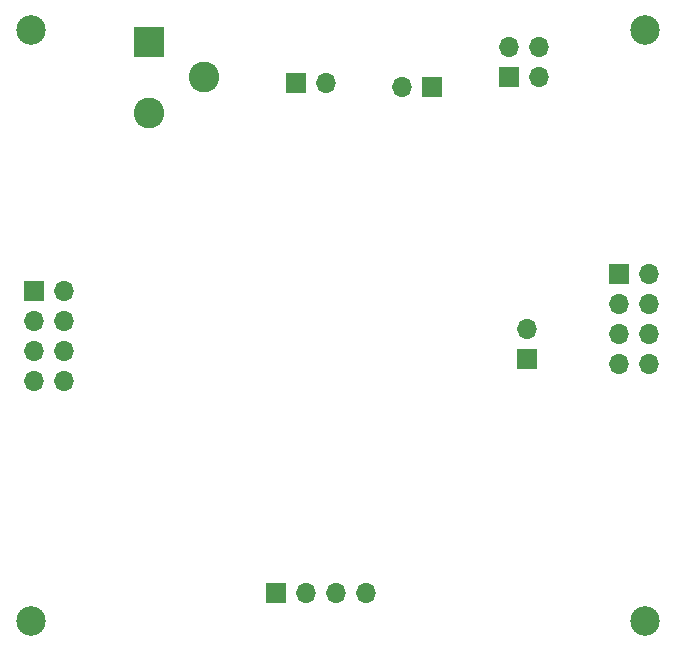
<source format=gbr>
%TF.GenerationSoftware,KiCad,Pcbnew,(5.1.8)-1*%
%TF.CreationDate,2020-11-24T12:22:43+05:30*%
%TF.ProjectId,stm32f405_breakout,73746d33-3266-4343-9035-5f627265616b,rev?*%
%TF.SameCoordinates,Original*%
%TF.FileFunction,Soldermask,Bot*%
%TF.FilePolarity,Negative*%
%FSLAX46Y46*%
G04 Gerber Fmt 4.6, Leading zero omitted, Abs format (unit mm)*
G04 Created by KiCad (PCBNEW (5.1.8)-1) date 2020-11-24 12:22:43*
%MOMM*%
%LPD*%
G01*
G04 APERTURE LIST*
%ADD10R,1.700000X1.700000*%
%ADD11O,1.700000X1.700000*%
%ADD12C,2.500000*%
%ADD13R,2.600000X2.600000*%
%ADD14C,2.600000*%
G04 APERTURE END LIST*
D10*
%TO.C,PORTC_2*%
X145470880Y-91765120D03*
D11*
X148010880Y-91765120D03*
X145470880Y-94305120D03*
X148010880Y-94305120D03*
X145470880Y-96845120D03*
X148010880Y-96845120D03*
X145470880Y-99385120D03*
X148010880Y-99385120D03*
%TD*%
D12*
%TO.C,H1*%
X95653700Y-71097600D03*
%TD*%
%TO.C,H2*%
X147653700Y-71097600D03*
%TD*%
%TO.C,H3*%
X147653700Y-121097600D03*
%TD*%
D11*
%TO.C,3.3 V*%
X127113700Y-75897600D03*
D10*
X129653700Y-75897600D03*
%TD*%
D11*
%TO.C,SPI*%
X124028200Y-118783100D03*
X121488200Y-118783100D03*
X118948200Y-118783100D03*
D10*
X116408200Y-118783100D03*
%TD*%
%TO.C,UART*%
X137653700Y-98897600D03*
D11*
X137653700Y-96357600D03*
%TD*%
D13*
%TO.C,J7*%
X105653700Y-72097600D03*
D14*
X105653700Y-78097600D03*
X110353700Y-75097600D03*
%TD*%
D12*
%TO.C,H4*%
X95653700Y-121097600D03*
%TD*%
D10*
%TO.C,I2C*%
X118140480Y-75580240D03*
D11*
X120680480Y-75580240D03*
%TD*%
D10*
%TO.C,VIN*%
X136153700Y-75097600D03*
D11*
X136153700Y-72557600D03*
X138693700Y-75097600D03*
X138693700Y-72557600D03*
%TD*%
%TO.C,PORTC_1*%
X98493700Y-100817600D03*
X95953700Y-100817600D03*
X98493700Y-98277600D03*
X95953700Y-98277600D03*
X98493700Y-95737600D03*
X95953700Y-95737600D03*
X98493700Y-93197600D03*
D10*
X95953700Y-93197600D03*
%TD*%
M02*

</source>
